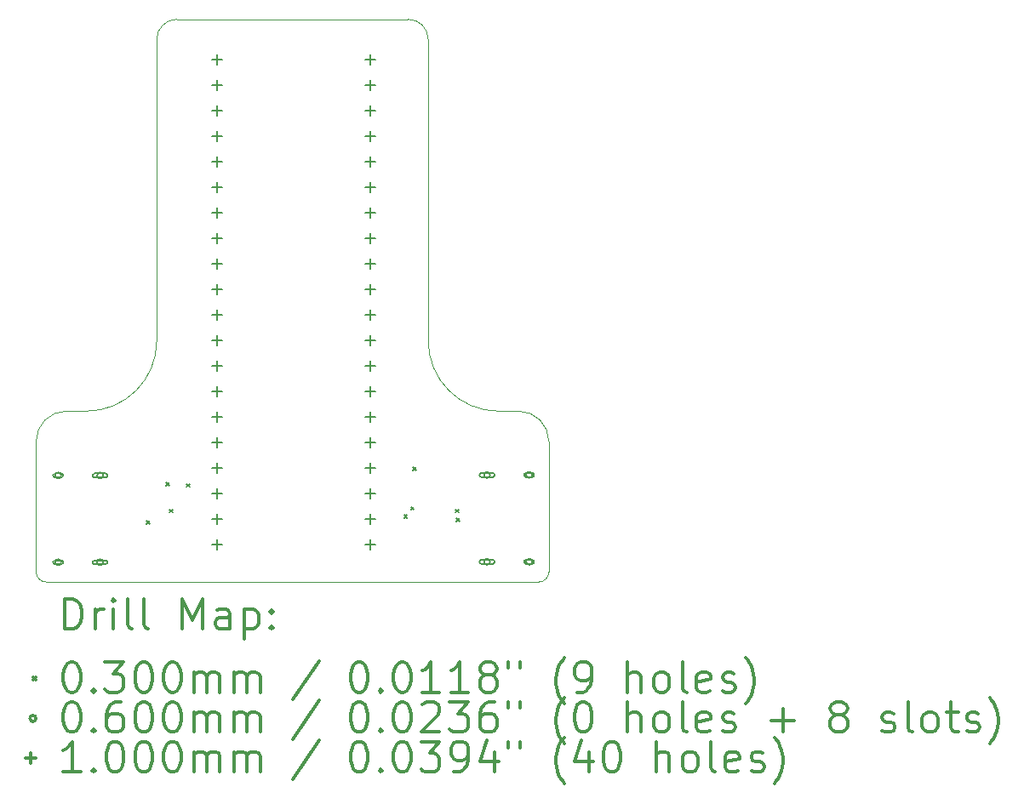
<source format=gbr>
%FSLAX45Y45*%
G04 Gerber Fmt 4.5, Leading zero omitted, Abs format (unit mm)*
G04 Created by KiCad (PCBNEW (5.1.10-1-10_14)) date 2021-07-13 22:04:07*
%MOMM*%
%LPD*%
G01*
G04 APERTURE LIST*
%TA.AperFunction,Profile*%
%ADD10C,0.038100*%
%TD*%
%ADD11C,0.200000*%
%ADD12C,0.300000*%
G04 APERTURE END LIST*
D10*
X13300000Y-8700000D02*
G75*
G02*
X13200000Y-8600000I0J100000D01*
G01*
X18300000Y-8600000D02*
G75*
G02*
X18200000Y-8700000I-100000J0D01*
G01*
X13700000Y-7000000D02*
X13500000Y-7000000D01*
X17800000Y-7000000D02*
X18000000Y-7000000D01*
X18000000Y-7000000D02*
G75*
G02*
X18300000Y-7300000I0J-300000D01*
G01*
X13200000Y-7300000D02*
G75*
G02*
X13500000Y-7000000I300000J0D01*
G01*
X14400000Y-6300000D02*
G75*
G02*
X13700000Y-7000000I-700000J0D01*
G01*
X17800000Y-7000000D02*
G75*
G02*
X17100000Y-6300000I0J700000D01*
G01*
X17100000Y-3300000D02*
X17100000Y-6300000D01*
X14400000Y-3300000D02*
X14400000Y-6300000D01*
X16900000Y-3100000D02*
X14600000Y-3100000D01*
X16900000Y-3100000D02*
G75*
G02*
X17100000Y-3300000I0J-200000D01*
G01*
X14400000Y-3300000D02*
G75*
G02*
X14600000Y-3100000I200000J0D01*
G01*
X13200000Y-7300000D02*
X13200000Y-8600000D01*
X18300000Y-8600000D02*
X18300000Y-7300000D01*
X13300000Y-8700000D02*
X18200000Y-8700000D01*
D11*
X14300440Y-8092680D02*
X14330440Y-8122680D01*
X14330440Y-8092680D02*
X14300440Y-8122680D01*
X14493480Y-7711680D02*
X14523480Y-7741680D01*
X14523480Y-7711680D02*
X14493480Y-7741680D01*
X14529040Y-7975840D02*
X14559040Y-8005840D01*
X14559040Y-7975840D02*
X14529040Y-8005840D01*
X14696680Y-7721840D02*
X14726680Y-7751840D01*
X14726680Y-7721840D02*
X14696680Y-7751840D01*
X16860760Y-8031720D02*
X16890760Y-8061720D01*
X16890760Y-8031720D02*
X16860760Y-8061720D01*
X16926800Y-7950440D02*
X16956800Y-7980440D01*
X16956800Y-7950440D02*
X16926800Y-7980440D01*
X16947120Y-7559280D02*
X16977120Y-7589280D01*
X16977120Y-7559280D02*
X16947120Y-7589280D01*
X17373840Y-7975840D02*
X17403840Y-8005840D01*
X17403840Y-7975840D02*
X17373840Y-8005840D01*
X17378920Y-8067280D02*
X17408920Y-8097280D01*
X17408920Y-8067280D02*
X17378920Y-8097280D01*
X13447960Y-7640120D02*
G75*
G03*
X13447960Y-7640120I-30000J0D01*
G01*
X13447960Y-7620120D02*
X13387960Y-7620120D01*
X13447960Y-7660120D02*
X13387960Y-7660120D01*
X13387960Y-7620120D02*
G75*
G03*
X13387960Y-7660120I0J-20000D01*
G01*
X13447960Y-7660120D02*
G75*
G03*
X13447960Y-7620120I0J20000D01*
G01*
X13447960Y-8504120D02*
G75*
G03*
X13447960Y-8504120I-30000J0D01*
G01*
X13447960Y-8484120D02*
X13387960Y-8484120D01*
X13447960Y-8524120D02*
X13387960Y-8524120D01*
X13387960Y-8484120D02*
G75*
G03*
X13387960Y-8524120I0J-20000D01*
G01*
X13447960Y-8524120D02*
G75*
G03*
X13447960Y-8484120I0J20000D01*
G01*
X13865960Y-7640120D02*
G75*
G03*
X13865960Y-7640120I-30000J0D01*
G01*
X13890960Y-7620120D02*
X13780960Y-7620120D01*
X13890960Y-7660120D02*
X13780960Y-7660120D01*
X13780960Y-7620120D02*
G75*
G03*
X13780960Y-7660120I0J-20000D01*
G01*
X13890960Y-7660120D02*
G75*
G03*
X13890960Y-7620120I0J20000D01*
G01*
X13865960Y-8504120D02*
G75*
G03*
X13865960Y-8504120I-30000J0D01*
G01*
X13890960Y-8484120D02*
X13780960Y-8484120D01*
X13890960Y-8524120D02*
X13780960Y-8524120D01*
X13780960Y-8484120D02*
G75*
G03*
X13780960Y-8524120I0J-20000D01*
G01*
X13890960Y-8524120D02*
G75*
G03*
X13890960Y-8484120I0J20000D01*
G01*
X17715440Y-7635040D02*
G75*
G03*
X17715440Y-7635040I-30000J0D01*
G01*
X17630440Y-7655040D02*
X17740440Y-7655040D01*
X17630440Y-7615040D02*
X17740440Y-7615040D01*
X17740440Y-7655040D02*
G75*
G03*
X17740440Y-7615040I0J20000D01*
G01*
X17630440Y-7615040D02*
G75*
G03*
X17630440Y-7655040I0J-20000D01*
G01*
X17715440Y-8499040D02*
G75*
G03*
X17715440Y-8499040I-30000J0D01*
G01*
X17630440Y-8519040D02*
X17740440Y-8519040D01*
X17630440Y-8479040D02*
X17740440Y-8479040D01*
X17740440Y-8519040D02*
G75*
G03*
X17740440Y-8479040I0J20000D01*
G01*
X17630440Y-8479040D02*
G75*
G03*
X17630440Y-8519040I0J-20000D01*
G01*
X18133440Y-7635040D02*
G75*
G03*
X18133440Y-7635040I-30000J0D01*
G01*
X18073440Y-7655040D02*
X18133440Y-7655040D01*
X18073440Y-7615040D02*
X18133440Y-7615040D01*
X18133440Y-7655040D02*
G75*
G03*
X18133440Y-7615040I0J20000D01*
G01*
X18073440Y-7615040D02*
G75*
G03*
X18073440Y-7655040I0J-20000D01*
G01*
X18133440Y-8499040D02*
G75*
G03*
X18133440Y-8499040I-30000J0D01*
G01*
X18073440Y-8519040D02*
X18133440Y-8519040D01*
X18073440Y-8479040D02*
X18133440Y-8479040D01*
X18133440Y-8519040D02*
G75*
G03*
X18133440Y-8479040I0J20000D01*
G01*
X18073440Y-8479040D02*
G75*
G03*
X18073440Y-8519040I0J-20000D01*
G01*
X15000000Y-3450000D02*
X15000000Y-3550000D01*
X14950000Y-3500000D02*
X15050000Y-3500000D01*
X15000000Y-3704000D02*
X15000000Y-3804000D01*
X14950000Y-3754000D02*
X15050000Y-3754000D01*
X15000000Y-3958000D02*
X15000000Y-4058000D01*
X14950000Y-4008000D02*
X15050000Y-4008000D01*
X15000000Y-4212000D02*
X15000000Y-4312000D01*
X14950000Y-4262000D02*
X15050000Y-4262000D01*
X15000000Y-4466000D02*
X15000000Y-4566000D01*
X14950000Y-4516000D02*
X15050000Y-4516000D01*
X15000000Y-4720000D02*
X15000000Y-4820000D01*
X14950000Y-4770000D02*
X15050000Y-4770000D01*
X15000000Y-4974000D02*
X15000000Y-5074000D01*
X14950000Y-5024000D02*
X15050000Y-5024000D01*
X15000000Y-5228000D02*
X15000000Y-5328000D01*
X14950000Y-5278000D02*
X15050000Y-5278000D01*
X15000000Y-5482000D02*
X15000000Y-5582000D01*
X14950000Y-5532000D02*
X15050000Y-5532000D01*
X15000000Y-5736000D02*
X15000000Y-5836000D01*
X14950000Y-5786000D02*
X15050000Y-5786000D01*
X15000000Y-5990000D02*
X15000000Y-6090000D01*
X14950000Y-6040000D02*
X15050000Y-6040000D01*
X15000000Y-6244000D02*
X15000000Y-6344000D01*
X14950000Y-6294000D02*
X15050000Y-6294000D01*
X15000000Y-6498000D02*
X15000000Y-6598000D01*
X14950000Y-6548000D02*
X15050000Y-6548000D01*
X15000000Y-6752000D02*
X15000000Y-6852000D01*
X14950000Y-6802000D02*
X15050000Y-6802000D01*
X15000000Y-7006000D02*
X15000000Y-7106000D01*
X14950000Y-7056000D02*
X15050000Y-7056000D01*
X15000000Y-7260000D02*
X15000000Y-7360000D01*
X14950000Y-7310000D02*
X15050000Y-7310000D01*
X15000000Y-7514000D02*
X15000000Y-7614000D01*
X14950000Y-7564000D02*
X15050000Y-7564000D01*
X15000000Y-7768000D02*
X15000000Y-7868000D01*
X14950000Y-7818000D02*
X15050000Y-7818000D01*
X15000000Y-8022000D02*
X15000000Y-8122000D01*
X14950000Y-8072000D02*
X15050000Y-8072000D01*
X15000000Y-8276000D02*
X15000000Y-8376000D01*
X14950000Y-8326000D02*
X15050000Y-8326000D01*
X16524000Y-3450000D02*
X16524000Y-3550000D01*
X16474000Y-3500000D02*
X16574000Y-3500000D01*
X16524000Y-3704000D02*
X16524000Y-3804000D01*
X16474000Y-3754000D02*
X16574000Y-3754000D01*
X16524000Y-3958000D02*
X16524000Y-4058000D01*
X16474000Y-4008000D02*
X16574000Y-4008000D01*
X16524000Y-4212000D02*
X16524000Y-4312000D01*
X16474000Y-4262000D02*
X16574000Y-4262000D01*
X16524000Y-4466000D02*
X16524000Y-4566000D01*
X16474000Y-4516000D02*
X16574000Y-4516000D01*
X16524000Y-4720000D02*
X16524000Y-4820000D01*
X16474000Y-4770000D02*
X16574000Y-4770000D01*
X16524000Y-4974000D02*
X16524000Y-5074000D01*
X16474000Y-5024000D02*
X16574000Y-5024000D01*
X16524000Y-5228000D02*
X16524000Y-5328000D01*
X16474000Y-5278000D02*
X16574000Y-5278000D01*
X16524000Y-5482000D02*
X16524000Y-5582000D01*
X16474000Y-5532000D02*
X16574000Y-5532000D01*
X16524000Y-5736000D02*
X16524000Y-5836000D01*
X16474000Y-5786000D02*
X16574000Y-5786000D01*
X16524000Y-5990000D02*
X16524000Y-6090000D01*
X16474000Y-6040000D02*
X16574000Y-6040000D01*
X16524000Y-6244000D02*
X16524000Y-6344000D01*
X16474000Y-6294000D02*
X16574000Y-6294000D01*
X16524000Y-6498000D02*
X16524000Y-6598000D01*
X16474000Y-6548000D02*
X16574000Y-6548000D01*
X16524000Y-6752000D02*
X16524000Y-6852000D01*
X16474000Y-6802000D02*
X16574000Y-6802000D01*
X16524000Y-7006000D02*
X16524000Y-7106000D01*
X16474000Y-7056000D02*
X16574000Y-7056000D01*
X16524000Y-7260000D02*
X16524000Y-7360000D01*
X16474000Y-7310000D02*
X16574000Y-7310000D01*
X16524000Y-7514000D02*
X16524000Y-7614000D01*
X16474000Y-7564000D02*
X16574000Y-7564000D01*
X16524000Y-7768000D02*
X16524000Y-7868000D01*
X16474000Y-7818000D02*
X16574000Y-7818000D01*
X16524000Y-8022000D02*
X16524000Y-8122000D01*
X16474000Y-8072000D02*
X16574000Y-8072000D01*
X16524000Y-8276000D02*
X16524000Y-8376000D01*
X16474000Y-8326000D02*
X16574000Y-8326000D01*
D12*
X13484523Y-9167619D02*
X13484523Y-8867619D01*
X13555952Y-8867619D01*
X13598809Y-8881905D01*
X13627381Y-8910477D01*
X13641666Y-8939048D01*
X13655952Y-8996191D01*
X13655952Y-9039048D01*
X13641666Y-9096191D01*
X13627381Y-9124762D01*
X13598809Y-9153334D01*
X13555952Y-9167619D01*
X13484523Y-9167619D01*
X13784523Y-9167619D02*
X13784523Y-8967619D01*
X13784523Y-9024762D02*
X13798809Y-8996191D01*
X13813095Y-8981905D01*
X13841666Y-8967619D01*
X13870238Y-8967619D01*
X13970238Y-9167619D02*
X13970238Y-8967619D01*
X13970238Y-8867619D02*
X13955952Y-8881905D01*
X13970238Y-8896191D01*
X13984523Y-8881905D01*
X13970238Y-8867619D01*
X13970238Y-8896191D01*
X14155952Y-9167619D02*
X14127381Y-9153334D01*
X14113095Y-9124762D01*
X14113095Y-8867619D01*
X14313095Y-9167619D02*
X14284523Y-9153334D01*
X14270238Y-9124762D01*
X14270238Y-8867619D01*
X14655952Y-9167619D02*
X14655952Y-8867619D01*
X14755952Y-9081905D01*
X14855952Y-8867619D01*
X14855952Y-9167619D01*
X15127381Y-9167619D02*
X15127381Y-9010477D01*
X15113095Y-8981905D01*
X15084523Y-8967619D01*
X15027381Y-8967619D01*
X14998809Y-8981905D01*
X15127381Y-9153334D02*
X15098809Y-9167619D01*
X15027381Y-9167619D01*
X14998809Y-9153334D01*
X14984523Y-9124762D01*
X14984523Y-9096191D01*
X14998809Y-9067619D01*
X15027381Y-9053334D01*
X15098809Y-9053334D01*
X15127381Y-9039048D01*
X15270238Y-8967619D02*
X15270238Y-9267619D01*
X15270238Y-8981905D02*
X15298809Y-8967619D01*
X15355952Y-8967619D01*
X15384523Y-8981905D01*
X15398809Y-8996191D01*
X15413095Y-9024762D01*
X15413095Y-9110477D01*
X15398809Y-9139048D01*
X15384523Y-9153334D01*
X15355952Y-9167619D01*
X15298809Y-9167619D01*
X15270238Y-9153334D01*
X15541666Y-9139048D02*
X15555952Y-9153334D01*
X15541666Y-9167619D01*
X15527381Y-9153334D01*
X15541666Y-9139048D01*
X15541666Y-9167619D01*
X15541666Y-8981905D02*
X15555952Y-8996191D01*
X15541666Y-9010477D01*
X15527381Y-8996191D01*
X15541666Y-8981905D01*
X15541666Y-9010477D01*
X13168095Y-9646905D02*
X13198095Y-9676905D01*
X13198095Y-9646905D02*
X13168095Y-9676905D01*
X13541666Y-9497619D02*
X13570238Y-9497619D01*
X13598809Y-9511905D01*
X13613095Y-9526191D01*
X13627381Y-9554762D01*
X13641666Y-9611905D01*
X13641666Y-9683334D01*
X13627381Y-9740477D01*
X13613095Y-9769048D01*
X13598809Y-9783334D01*
X13570238Y-9797619D01*
X13541666Y-9797619D01*
X13513095Y-9783334D01*
X13498809Y-9769048D01*
X13484523Y-9740477D01*
X13470238Y-9683334D01*
X13470238Y-9611905D01*
X13484523Y-9554762D01*
X13498809Y-9526191D01*
X13513095Y-9511905D01*
X13541666Y-9497619D01*
X13770238Y-9769048D02*
X13784523Y-9783334D01*
X13770238Y-9797619D01*
X13755952Y-9783334D01*
X13770238Y-9769048D01*
X13770238Y-9797619D01*
X13884523Y-9497619D02*
X14070238Y-9497619D01*
X13970238Y-9611905D01*
X14013095Y-9611905D01*
X14041666Y-9626191D01*
X14055952Y-9640477D01*
X14070238Y-9669048D01*
X14070238Y-9740477D01*
X14055952Y-9769048D01*
X14041666Y-9783334D01*
X14013095Y-9797619D01*
X13927381Y-9797619D01*
X13898809Y-9783334D01*
X13884523Y-9769048D01*
X14255952Y-9497619D02*
X14284523Y-9497619D01*
X14313095Y-9511905D01*
X14327381Y-9526191D01*
X14341666Y-9554762D01*
X14355952Y-9611905D01*
X14355952Y-9683334D01*
X14341666Y-9740477D01*
X14327381Y-9769048D01*
X14313095Y-9783334D01*
X14284523Y-9797619D01*
X14255952Y-9797619D01*
X14227381Y-9783334D01*
X14213095Y-9769048D01*
X14198809Y-9740477D01*
X14184523Y-9683334D01*
X14184523Y-9611905D01*
X14198809Y-9554762D01*
X14213095Y-9526191D01*
X14227381Y-9511905D01*
X14255952Y-9497619D01*
X14541666Y-9497619D02*
X14570238Y-9497619D01*
X14598809Y-9511905D01*
X14613095Y-9526191D01*
X14627381Y-9554762D01*
X14641666Y-9611905D01*
X14641666Y-9683334D01*
X14627381Y-9740477D01*
X14613095Y-9769048D01*
X14598809Y-9783334D01*
X14570238Y-9797619D01*
X14541666Y-9797619D01*
X14513095Y-9783334D01*
X14498809Y-9769048D01*
X14484523Y-9740477D01*
X14470238Y-9683334D01*
X14470238Y-9611905D01*
X14484523Y-9554762D01*
X14498809Y-9526191D01*
X14513095Y-9511905D01*
X14541666Y-9497619D01*
X14770238Y-9797619D02*
X14770238Y-9597619D01*
X14770238Y-9626191D02*
X14784523Y-9611905D01*
X14813095Y-9597619D01*
X14855952Y-9597619D01*
X14884523Y-9611905D01*
X14898809Y-9640477D01*
X14898809Y-9797619D01*
X14898809Y-9640477D02*
X14913095Y-9611905D01*
X14941666Y-9597619D01*
X14984523Y-9597619D01*
X15013095Y-9611905D01*
X15027381Y-9640477D01*
X15027381Y-9797619D01*
X15170238Y-9797619D02*
X15170238Y-9597619D01*
X15170238Y-9626191D02*
X15184523Y-9611905D01*
X15213095Y-9597619D01*
X15255952Y-9597619D01*
X15284523Y-9611905D01*
X15298809Y-9640477D01*
X15298809Y-9797619D01*
X15298809Y-9640477D02*
X15313095Y-9611905D01*
X15341666Y-9597619D01*
X15384523Y-9597619D01*
X15413095Y-9611905D01*
X15427381Y-9640477D01*
X15427381Y-9797619D01*
X16013095Y-9483334D02*
X15755952Y-9869048D01*
X16398809Y-9497619D02*
X16427381Y-9497619D01*
X16455952Y-9511905D01*
X16470238Y-9526191D01*
X16484523Y-9554762D01*
X16498809Y-9611905D01*
X16498809Y-9683334D01*
X16484523Y-9740477D01*
X16470238Y-9769048D01*
X16455952Y-9783334D01*
X16427381Y-9797619D01*
X16398809Y-9797619D01*
X16370238Y-9783334D01*
X16355952Y-9769048D01*
X16341666Y-9740477D01*
X16327381Y-9683334D01*
X16327381Y-9611905D01*
X16341666Y-9554762D01*
X16355952Y-9526191D01*
X16370238Y-9511905D01*
X16398809Y-9497619D01*
X16627381Y-9769048D02*
X16641666Y-9783334D01*
X16627381Y-9797619D01*
X16613095Y-9783334D01*
X16627381Y-9769048D01*
X16627381Y-9797619D01*
X16827381Y-9497619D02*
X16855952Y-9497619D01*
X16884523Y-9511905D01*
X16898809Y-9526191D01*
X16913095Y-9554762D01*
X16927381Y-9611905D01*
X16927381Y-9683334D01*
X16913095Y-9740477D01*
X16898809Y-9769048D01*
X16884523Y-9783334D01*
X16855952Y-9797619D01*
X16827381Y-9797619D01*
X16798809Y-9783334D01*
X16784523Y-9769048D01*
X16770238Y-9740477D01*
X16755952Y-9683334D01*
X16755952Y-9611905D01*
X16770238Y-9554762D01*
X16784523Y-9526191D01*
X16798809Y-9511905D01*
X16827381Y-9497619D01*
X17213095Y-9797619D02*
X17041666Y-9797619D01*
X17127381Y-9797619D02*
X17127381Y-9497619D01*
X17098809Y-9540477D01*
X17070238Y-9569048D01*
X17041666Y-9583334D01*
X17498809Y-9797619D02*
X17327381Y-9797619D01*
X17413095Y-9797619D02*
X17413095Y-9497619D01*
X17384523Y-9540477D01*
X17355952Y-9569048D01*
X17327381Y-9583334D01*
X17670238Y-9626191D02*
X17641666Y-9611905D01*
X17627381Y-9597619D01*
X17613095Y-9569048D01*
X17613095Y-9554762D01*
X17627381Y-9526191D01*
X17641666Y-9511905D01*
X17670238Y-9497619D01*
X17727381Y-9497619D01*
X17755952Y-9511905D01*
X17770238Y-9526191D01*
X17784523Y-9554762D01*
X17784523Y-9569048D01*
X17770238Y-9597619D01*
X17755952Y-9611905D01*
X17727381Y-9626191D01*
X17670238Y-9626191D01*
X17641666Y-9640477D01*
X17627381Y-9654762D01*
X17613095Y-9683334D01*
X17613095Y-9740477D01*
X17627381Y-9769048D01*
X17641666Y-9783334D01*
X17670238Y-9797619D01*
X17727381Y-9797619D01*
X17755952Y-9783334D01*
X17770238Y-9769048D01*
X17784523Y-9740477D01*
X17784523Y-9683334D01*
X17770238Y-9654762D01*
X17755952Y-9640477D01*
X17727381Y-9626191D01*
X17898809Y-9497619D02*
X17898809Y-9554762D01*
X18013095Y-9497619D02*
X18013095Y-9554762D01*
X18455952Y-9911905D02*
X18441666Y-9897619D01*
X18413095Y-9854762D01*
X18398809Y-9826191D01*
X18384523Y-9783334D01*
X18370238Y-9711905D01*
X18370238Y-9654762D01*
X18384523Y-9583334D01*
X18398809Y-9540477D01*
X18413095Y-9511905D01*
X18441666Y-9469048D01*
X18455952Y-9454762D01*
X18584523Y-9797619D02*
X18641666Y-9797619D01*
X18670238Y-9783334D01*
X18684523Y-9769048D01*
X18713095Y-9726191D01*
X18727381Y-9669048D01*
X18727381Y-9554762D01*
X18713095Y-9526191D01*
X18698809Y-9511905D01*
X18670238Y-9497619D01*
X18613095Y-9497619D01*
X18584523Y-9511905D01*
X18570238Y-9526191D01*
X18555952Y-9554762D01*
X18555952Y-9626191D01*
X18570238Y-9654762D01*
X18584523Y-9669048D01*
X18613095Y-9683334D01*
X18670238Y-9683334D01*
X18698809Y-9669048D01*
X18713095Y-9654762D01*
X18727381Y-9626191D01*
X19084523Y-9797619D02*
X19084523Y-9497619D01*
X19213095Y-9797619D02*
X19213095Y-9640477D01*
X19198809Y-9611905D01*
X19170238Y-9597619D01*
X19127381Y-9597619D01*
X19098809Y-9611905D01*
X19084523Y-9626191D01*
X19398809Y-9797619D02*
X19370238Y-9783334D01*
X19355952Y-9769048D01*
X19341666Y-9740477D01*
X19341666Y-9654762D01*
X19355952Y-9626191D01*
X19370238Y-9611905D01*
X19398809Y-9597619D01*
X19441666Y-9597619D01*
X19470238Y-9611905D01*
X19484523Y-9626191D01*
X19498809Y-9654762D01*
X19498809Y-9740477D01*
X19484523Y-9769048D01*
X19470238Y-9783334D01*
X19441666Y-9797619D01*
X19398809Y-9797619D01*
X19670238Y-9797619D02*
X19641666Y-9783334D01*
X19627381Y-9754762D01*
X19627381Y-9497619D01*
X19898809Y-9783334D02*
X19870238Y-9797619D01*
X19813095Y-9797619D01*
X19784523Y-9783334D01*
X19770238Y-9754762D01*
X19770238Y-9640477D01*
X19784523Y-9611905D01*
X19813095Y-9597619D01*
X19870238Y-9597619D01*
X19898809Y-9611905D01*
X19913095Y-9640477D01*
X19913095Y-9669048D01*
X19770238Y-9697619D01*
X20027381Y-9783334D02*
X20055952Y-9797619D01*
X20113095Y-9797619D01*
X20141666Y-9783334D01*
X20155952Y-9754762D01*
X20155952Y-9740477D01*
X20141666Y-9711905D01*
X20113095Y-9697619D01*
X20070238Y-9697619D01*
X20041666Y-9683334D01*
X20027381Y-9654762D01*
X20027381Y-9640477D01*
X20041666Y-9611905D01*
X20070238Y-9597619D01*
X20113095Y-9597619D01*
X20141666Y-9611905D01*
X20255952Y-9911905D02*
X20270238Y-9897619D01*
X20298809Y-9854762D01*
X20313095Y-9826191D01*
X20327381Y-9783334D01*
X20341666Y-9711905D01*
X20341666Y-9654762D01*
X20327381Y-9583334D01*
X20313095Y-9540477D01*
X20298809Y-9511905D01*
X20270238Y-9469048D01*
X20255952Y-9454762D01*
X13198095Y-10057905D02*
G75*
G03*
X13198095Y-10057905I-30000J0D01*
G01*
X13541666Y-9893619D02*
X13570238Y-9893619D01*
X13598809Y-9907905D01*
X13613095Y-9922191D01*
X13627381Y-9950762D01*
X13641666Y-10007905D01*
X13641666Y-10079334D01*
X13627381Y-10136477D01*
X13613095Y-10165048D01*
X13598809Y-10179334D01*
X13570238Y-10193619D01*
X13541666Y-10193619D01*
X13513095Y-10179334D01*
X13498809Y-10165048D01*
X13484523Y-10136477D01*
X13470238Y-10079334D01*
X13470238Y-10007905D01*
X13484523Y-9950762D01*
X13498809Y-9922191D01*
X13513095Y-9907905D01*
X13541666Y-9893619D01*
X13770238Y-10165048D02*
X13784523Y-10179334D01*
X13770238Y-10193619D01*
X13755952Y-10179334D01*
X13770238Y-10165048D01*
X13770238Y-10193619D01*
X14041666Y-9893619D02*
X13984523Y-9893619D01*
X13955952Y-9907905D01*
X13941666Y-9922191D01*
X13913095Y-9965048D01*
X13898809Y-10022191D01*
X13898809Y-10136477D01*
X13913095Y-10165048D01*
X13927381Y-10179334D01*
X13955952Y-10193619D01*
X14013095Y-10193619D01*
X14041666Y-10179334D01*
X14055952Y-10165048D01*
X14070238Y-10136477D01*
X14070238Y-10065048D01*
X14055952Y-10036477D01*
X14041666Y-10022191D01*
X14013095Y-10007905D01*
X13955952Y-10007905D01*
X13927381Y-10022191D01*
X13913095Y-10036477D01*
X13898809Y-10065048D01*
X14255952Y-9893619D02*
X14284523Y-9893619D01*
X14313095Y-9907905D01*
X14327381Y-9922191D01*
X14341666Y-9950762D01*
X14355952Y-10007905D01*
X14355952Y-10079334D01*
X14341666Y-10136477D01*
X14327381Y-10165048D01*
X14313095Y-10179334D01*
X14284523Y-10193619D01*
X14255952Y-10193619D01*
X14227381Y-10179334D01*
X14213095Y-10165048D01*
X14198809Y-10136477D01*
X14184523Y-10079334D01*
X14184523Y-10007905D01*
X14198809Y-9950762D01*
X14213095Y-9922191D01*
X14227381Y-9907905D01*
X14255952Y-9893619D01*
X14541666Y-9893619D02*
X14570238Y-9893619D01*
X14598809Y-9907905D01*
X14613095Y-9922191D01*
X14627381Y-9950762D01*
X14641666Y-10007905D01*
X14641666Y-10079334D01*
X14627381Y-10136477D01*
X14613095Y-10165048D01*
X14598809Y-10179334D01*
X14570238Y-10193619D01*
X14541666Y-10193619D01*
X14513095Y-10179334D01*
X14498809Y-10165048D01*
X14484523Y-10136477D01*
X14470238Y-10079334D01*
X14470238Y-10007905D01*
X14484523Y-9950762D01*
X14498809Y-9922191D01*
X14513095Y-9907905D01*
X14541666Y-9893619D01*
X14770238Y-10193619D02*
X14770238Y-9993619D01*
X14770238Y-10022191D02*
X14784523Y-10007905D01*
X14813095Y-9993619D01*
X14855952Y-9993619D01*
X14884523Y-10007905D01*
X14898809Y-10036477D01*
X14898809Y-10193619D01*
X14898809Y-10036477D02*
X14913095Y-10007905D01*
X14941666Y-9993619D01*
X14984523Y-9993619D01*
X15013095Y-10007905D01*
X15027381Y-10036477D01*
X15027381Y-10193619D01*
X15170238Y-10193619D02*
X15170238Y-9993619D01*
X15170238Y-10022191D02*
X15184523Y-10007905D01*
X15213095Y-9993619D01*
X15255952Y-9993619D01*
X15284523Y-10007905D01*
X15298809Y-10036477D01*
X15298809Y-10193619D01*
X15298809Y-10036477D02*
X15313095Y-10007905D01*
X15341666Y-9993619D01*
X15384523Y-9993619D01*
X15413095Y-10007905D01*
X15427381Y-10036477D01*
X15427381Y-10193619D01*
X16013095Y-9879334D02*
X15755952Y-10265048D01*
X16398809Y-9893619D02*
X16427381Y-9893619D01*
X16455952Y-9907905D01*
X16470238Y-9922191D01*
X16484523Y-9950762D01*
X16498809Y-10007905D01*
X16498809Y-10079334D01*
X16484523Y-10136477D01*
X16470238Y-10165048D01*
X16455952Y-10179334D01*
X16427381Y-10193619D01*
X16398809Y-10193619D01*
X16370238Y-10179334D01*
X16355952Y-10165048D01*
X16341666Y-10136477D01*
X16327381Y-10079334D01*
X16327381Y-10007905D01*
X16341666Y-9950762D01*
X16355952Y-9922191D01*
X16370238Y-9907905D01*
X16398809Y-9893619D01*
X16627381Y-10165048D02*
X16641666Y-10179334D01*
X16627381Y-10193619D01*
X16613095Y-10179334D01*
X16627381Y-10165048D01*
X16627381Y-10193619D01*
X16827381Y-9893619D02*
X16855952Y-9893619D01*
X16884523Y-9907905D01*
X16898809Y-9922191D01*
X16913095Y-9950762D01*
X16927381Y-10007905D01*
X16927381Y-10079334D01*
X16913095Y-10136477D01*
X16898809Y-10165048D01*
X16884523Y-10179334D01*
X16855952Y-10193619D01*
X16827381Y-10193619D01*
X16798809Y-10179334D01*
X16784523Y-10165048D01*
X16770238Y-10136477D01*
X16755952Y-10079334D01*
X16755952Y-10007905D01*
X16770238Y-9950762D01*
X16784523Y-9922191D01*
X16798809Y-9907905D01*
X16827381Y-9893619D01*
X17041666Y-9922191D02*
X17055952Y-9907905D01*
X17084523Y-9893619D01*
X17155952Y-9893619D01*
X17184523Y-9907905D01*
X17198809Y-9922191D01*
X17213095Y-9950762D01*
X17213095Y-9979334D01*
X17198809Y-10022191D01*
X17027381Y-10193619D01*
X17213095Y-10193619D01*
X17313095Y-9893619D02*
X17498809Y-9893619D01*
X17398809Y-10007905D01*
X17441666Y-10007905D01*
X17470238Y-10022191D01*
X17484523Y-10036477D01*
X17498809Y-10065048D01*
X17498809Y-10136477D01*
X17484523Y-10165048D01*
X17470238Y-10179334D01*
X17441666Y-10193619D01*
X17355952Y-10193619D01*
X17327381Y-10179334D01*
X17313095Y-10165048D01*
X17755952Y-9893619D02*
X17698809Y-9893619D01*
X17670238Y-9907905D01*
X17655952Y-9922191D01*
X17627381Y-9965048D01*
X17613095Y-10022191D01*
X17613095Y-10136477D01*
X17627381Y-10165048D01*
X17641666Y-10179334D01*
X17670238Y-10193619D01*
X17727381Y-10193619D01*
X17755952Y-10179334D01*
X17770238Y-10165048D01*
X17784523Y-10136477D01*
X17784523Y-10065048D01*
X17770238Y-10036477D01*
X17755952Y-10022191D01*
X17727381Y-10007905D01*
X17670238Y-10007905D01*
X17641666Y-10022191D01*
X17627381Y-10036477D01*
X17613095Y-10065048D01*
X17898809Y-9893619D02*
X17898809Y-9950762D01*
X18013095Y-9893619D02*
X18013095Y-9950762D01*
X18455952Y-10307905D02*
X18441666Y-10293619D01*
X18413095Y-10250762D01*
X18398809Y-10222191D01*
X18384523Y-10179334D01*
X18370238Y-10107905D01*
X18370238Y-10050762D01*
X18384523Y-9979334D01*
X18398809Y-9936477D01*
X18413095Y-9907905D01*
X18441666Y-9865048D01*
X18455952Y-9850762D01*
X18627381Y-9893619D02*
X18655952Y-9893619D01*
X18684523Y-9907905D01*
X18698809Y-9922191D01*
X18713095Y-9950762D01*
X18727381Y-10007905D01*
X18727381Y-10079334D01*
X18713095Y-10136477D01*
X18698809Y-10165048D01*
X18684523Y-10179334D01*
X18655952Y-10193619D01*
X18627381Y-10193619D01*
X18598809Y-10179334D01*
X18584523Y-10165048D01*
X18570238Y-10136477D01*
X18555952Y-10079334D01*
X18555952Y-10007905D01*
X18570238Y-9950762D01*
X18584523Y-9922191D01*
X18598809Y-9907905D01*
X18627381Y-9893619D01*
X19084523Y-10193619D02*
X19084523Y-9893619D01*
X19213095Y-10193619D02*
X19213095Y-10036477D01*
X19198809Y-10007905D01*
X19170238Y-9993619D01*
X19127381Y-9993619D01*
X19098809Y-10007905D01*
X19084523Y-10022191D01*
X19398809Y-10193619D02*
X19370238Y-10179334D01*
X19355952Y-10165048D01*
X19341666Y-10136477D01*
X19341666Y-10050762D01*
X19355952Y-10022191D01*
X19370238Y-10007905D01*
X19398809Y-9993619D01*
X19441666Y-9993619D01*
X19470238Y-10007905D01*
X19484523Y-10022191D01*
X19498809Y-10050762D01*
X19498809Y-10136477D01*
X19484523Y-10165048D01*
X19470238Y-10179334D01*
X19441666Y-10193619D01*
X19398809Y-10193619D01*
X19670238Y-10193619D02*
X19641666Y-10179334D01*
X19627381Y-10150762D01*
X19627381Y-9893619D01*
X19898809Y-10179334D02*
X19870238Y-10193619D01*
X19813095Y-10193619D01*
X19784523Y-10179334D01*
X19770238Y-10150762D01*
X19770238Y-10036477D01*
X19784523Y-10007905D01*
X19813095Y-9993619D01*
X19870238Y-9993619D01*
X19898809Y-10007905D01*
X19913095Y-10036477D01*
X19913095Y-10065048D01*
X19770238Y-10093619D01*
X20027381Y-10179334D02*
X20055952Y-10193619D01*
X20113095Y-10193619D01*
X20141666Y-10179334D01*
X20155952Y-10150762D01*
X20155952Y-10136477D01*
X20141666Y-10107905D01*
X20113095Y-10093619D01*
X20070238Y-10093619D01*
X20041666Y-10079334D01*
X20027381Y-10050762D01*
X20027381Y-10036477D01*
X20041666Y-10007905D01*
X20070238Y-9993619D01*
X20113095Y-9993619D01*
X20141666Y-10007905D01*
X20513095Y-10079334D02*
X20741666Y-10079334D01*
X20627381Y-10193619D02*
X20627381Y-9965048D01*
X21155952Y-10022191D02*
X21127381Y-10007905D01*
X21113095Y-9993619D01*
X21098809Y-9965048D01*
X21098809Y-9950762D01*
X21113095Y-9922191D01*
X21127381Y-9907905D01*
X21155952Y-9893619D01*
X21213095Y-9893619D01*
X21241666Y-9907905D01*
X21255952Y-9922191D01*
X21270238Y-9950762D01*
X21270238Y-9965048D01*
X21255952Y-9993619D01*
X21241666Y-10007905D01*
X21213095Y-10022191D01*
X21155952Y-10022191D01*
X21127381Y-10036477D01*
X21113095Y-10050762D01*
X21098809Y-10079334D01*
X21098809Y-10136477D01*
X21113095Y-10165048D01*
X21127381Y-10179334D01*
X21155952Y-10193619D01*
X21213095Y-10193619D01*
X21241666Y-10179334D01*
X21255952Y-10165048D01*
X21270238Y-10136477D01*
X21270238Y-10079334D01*
X21255952Y-10050762D01*
X21241666Y-10036477D01*
X21213095Y-10022191D01*
X21613095Y-10179334D02*
X21641666Y-10193619D01*
X21698809Y-10193619D01*
X21727381Y-10179334D01*
X21741666Y-10150762D01*
X21741666Y-10136477D01*
X21727381Y-10107905D01*
X21698809Y-10093619D01*
X21655952Y-10093619D01*
X21627381Y-10079334D01*
X21613095Y-10050762D01*
X21613095Y-10036477D01*
X21627381Y-10007905D01*
X21655952Y-9993619D01*
X21698809Y-9993619D01*
X21727381Y-10007905D01*
X21913095Y-10193619D02*
X21884523Y-10179334D01*
X21870238Y-10150762D01*
X21870238Y-9893619D01*
X22070238Y-10193619D02*
X22041666Y-10179334D01*
X22027381Y-10165048D01*
X22013095Y-10136477D01*
X22013095Y-10050762D01*
X22027381Y-10022191D01*
X22041666Y-10007905D01*
X22070238Y-9993619D01*
X22113095Y-9993619D01*
X22141666Y-10007905D01*
X22155952Y-10022191D01*
X22170238Y-10050762D01*
X22170238Y-10136477D01*
X22155952Y-10165048D01*
X22141666Y-10179334D01*
X22113095Y-10193619D01*
X22070238Y-10193619D01*
X22255952Y-9993619D02*
X22370238Y-9993619D01*
X22298809Y-9893619D02*
X22298809Y-10150762D01*
X22313095Y-10179334D01*
X22341666Y-10193619D01*
X22370238Y-10193619D01*
X22455952Y-10179334D02*
X22484523Y-10193619D01*
X22541666Y-10193619D01*
X22570238Y-10179334D01*
X22584523Y-10150762D01*
X22584523Y-10136477D01*
X22570238Y-10107905D01*
X22541666Y-10093619D01*
X22498809Y-10093619D01*
X22470238Y-10079334D01*
X22455952Y-10050762D01*
X22455952Y-10036477D01*
X22470238Y-10007905D01*
X22498809Y-9993619D01*
X22541666Y-9993619D01*
X22570238Y-10007905D01*
X22684523Y-10307905D02*
X22698809Y-10293619D01*
X22727381Y-10250762D01*
X22741666Y-10222191D01*
X22755952Y-10179334D01*
X22770238Y-10107905D01*
X22770238Y-10050762D01*
X22755952Y-9979334D01*
X22741666Y-9936477D01*
X22727381Y-9907905D01*
X22698809Y-9865048D01*
X22684523Y-9850762D01*
X13148095Y-10403905D02*
X13148095Y-10503905D01*
X13098095Y-10453905D02*
X13198095Y-10453905D01*
X13641666Y-10589619D02*
X13470238Y-10589619D01*
X13555952Y-10589619D02*
X13555952Y-10289619D01*
X13527381Y-10332477D01*
X13498809Y-10361048D01*
X13470238Y-10375334D01*
X13770238Y-10561048D02*
X13784523Y-10575334D01*
X13770238Y-10589619D01*
X13755952Y-10575334D01*
X13770238Y-10561048D01*
X13770238Y-10589619D01*
X13970238Y-10289619D02*
X13998809Y-10289619D01*
X14027381Y-10303905D01*
X14041666Y-10318191D01*
X14055952Y-10346762D01*
X14070238Y-10403905D01*
X14070238Y-10475334D01*
X14055952Y-10532477D01*
X14041666Y-10561048D01*
X14027381Y-10575334D01*
X13998809Y-10589619D01*
X13970238Y-10589619D01*
X13941666Y-10575334D01*
X13927381Y-10561048D01*
X13913095Y-10532477D01*
X13898809Y-10475334D01*
X13898809Y-10403905D01*
X13913095Y-10346762D01*
X13927381Y-10318191D01*
X13941666Y-10303905D01*
X13970238Y-10289619D01*
X14255952Y-10289619D02*
X14284523Y-10289619D01*
X14313095Y-10303905D01*
X14327381Y-10318191D01*
X14341666Y-10346762D01*
X14355952Y-10403905D01*
X14355952Y-10475334D01*
X14341666Y-10532477D01*
X14327381Y-10561048D01*
X14313095Y-10575334D01*
X14284523Y-10589619D01*
X14255952Y-10589619D01*
X14227381Y-10575334D01*
X14213095Y-10561048D01*
X14198809Y-10532477D01*
X14184523Y-10475334D01*
X14184523Y-10403905D01*
X14198809Y-10346762D01*
X14213095Y-10318191D01*
X14227381Y-10303905D01*
X14255952Y-10289619D01*
X14541666Y-10289619D02*
X14570238Y-10289619D01*
X14598809Y-10303905D01*
X14613095Y-10318191D01*
X14627381Y-10346762D01*
X14641666Y-10403905D01*
X14641666Y-10475334D01*
X14627381Y-10532477D01*
X14613095Y-10561048D01*
X14598809Y-10575334D01*
X14570238Y-10589619D01*
X14541666Y-10589619D01*
X14513095Y-10575334D01*
X14498809Y-10561048D01*
X14484523Y-10532477D01*
X14470238Y-10475334D01*
X14470238Y-10403905D01*
X14484523Y-10346762D01*
X14498809Y-10318191D01*
X14513095Y-10303905D01*
X14541666Y-10289619D01*
X14770238Y-10589619D02*
X14770238Y-10389619D01*
X14770238Y-10418191D02*
X14784523Y-10403905D01*
X14813095Y-10389619D01*
X14855952Y-10389619D01*
X14884523Y-10403905D01*
X14898809Y-10432477D01*
X14898809Y-10589619D01*
X14898809Y-10432477D02*
X14913095Y-10403905D01*
X14941666Y-10389619D01*
X14984523Y-10389619D01*
X15013095Y-10403905D01*
X15027381Y-10432477D01*
X15027381Y-10589619D01*
X15170238Y-10589619D02*
X15170238Y-10389619D01*
X15170238Y-10418191D02*
X15184523Y-10403905D01*
X15213095Y-10389619D01*
X15255952Y-10389619D01*
X15284523Y-10403905D01*
X15298809Y-10432477D01*
X15298809Y-10589619D01*
X15298809Y-10432477D02*
X15313095Y-10403905D01*
X15341666Y-10389619D01*
X15384523Y-10389619D01*
X15413095Y-10403905D01*
X15427381Y-10432477D01*
X15427381Y-10589619D01*
X16013095Y-10275334D02*
X15755952Y-10661048D01*
X16398809Y-10289619D02*
X16427381Y-10289619D01*
X16455952Y-10303905D01*
X16470238Y-10318191D01*
X16484523Y-10346762D01*
X16498809Y-10403905D01*
X16498809Y-10475334D01*
X16484523Y-10532477D01*
X16470238Y-10561048D01*
X16455952Y-10575334D01*
X16427381Y-10589619D01*
X16398809Y-10589619D01*
X16370238Y-10575334D01*
X16355952Y-10561048D01*
X16341666Y-10532477D01*
X16327381Y-10475334D01*
X16327381Y-10403905D01*
X16341666Y-10346762D01*
X16355952Y-10318191D01*
X16370238Y-10303905D01*
X16398809Y-10289619D01*
X16627381Y-10561048D02*
X16641666Y-10575334D01*
X16627381Y-10589619D01*
X16613095Y-10575334D01*
X16627381Y-10561048D01*
X16627381Y-10589619D01*
X16827381Y-10289619D02*
X16855952Y-10289619D01*
X16884523Y-10303905D01*
X16898809Y-10318191D01*
X16913095Y-10346762D01*
X16927381Y-10403905D01*
X16927381Y-10475334D01*
X16913095Y-10532477D01*
X16898809Y-10561048D01*
X16884523Y-10575334D01*
X16855952Y-10589619D01*
X16827381Y-10589619D01*
X16798809Y-10575334D01*
X16784523Y-10561048D01*
X16770238Y-10532477D01*
X16755952Y-10475334D01*
X16755952Y-10403905D01*
X16770238Y-10346762D01*
X16784523Y-10318191D01*
X16798809Y-10303905D01*
X16827381Y-10289619D01*
X17027381Y-10289619D02*
X17213095Y-10289619D01*
X17113095Y-10403905D01*
X17155952Y-10403905D01*
X17184523Y-10418191D01*
X17198809Y-10432477D01*
X17213095Y-10461048D01*
X17213095Y-10532477D01*
X17198809Y-10561048D01*
X17184523Y-10575334D01*
X17155952Y-10589619D01*
X17070238Y-10589619D01*
X17041666Y-10575334D01*
X17027381Y-10561048D01*
X17355952Y-10589619D02*
X17413095Y-10589619D01*
X17441666Y-10575334D01*
X17455952Y-10561048D01*
X17484523Y-10518191D01*
X17498809Y-10461048D01*
X17498809Y-10346762D01*
X17484523Y-10318191D01*
X17470238Y-10303905D01*
X17441666Y-10289619D01*
X17384523Y-10289619D01*
X17355952Y-10303905D01*
X17341666Y-10318191D01*
X17327381Y-10346762D01*
X17327381Y-10418191D01*
X17341666Y-10446762D01*
X17355952Y-10461048D01*
X17384523Y-10475334D01*
X17441666Y-10475334D01*
X17470238Y-10461048D01*
X17484523Y-10446762D01*
X17498809Y-10418191D01*
X17755952Y-10389619D02*
X17755952Y-10589619D01*
X17684523Y-10275334D02*
X17613095Y-10489619D01*
X17798809Y-10489619D01*
X17898809Y-10289619D02*
X17898809Y-10346762D01*
X18013095Y-10289619D02*
X18013095Y-10346762D01*
X18455952Y-10703905D02*
X18441666Y-10689619D01*
X18413095Y-10646762D01*
X18398809Y-10618191D01*
X18384523Y-10575334D01*
X18370238Y-10503905D01*
X18370238Y-10446762D01*
X18384523Y-10375334D01*
X18398809Y-10332477D01*
X18413095Y-10303905D01*
X18441666Y-10261048D01*
X18455952Y-10246762D01*
X18698809Y-10389619D02*
X18698809Y-10589619D01*
X18627381Y-10275334D02*
X18555952Y-10489619D01*
X18741666Y-10489619D01*
X18913095Y-10289619D02*
X18941666Y-10289619D01*
X18970238Y-10303905D01*
X18984523Y-10318191D01*
X18998809Y-10346762D01*
X19013095Y-10403905D01*
X19013095Y-10475334D01*
X18998809Y-10532477D01*
X18984523Y-10561048D01*
X18970238Y-10575334D01*
X18941666Y-10589619D01*
X18913095Y-10589619D01*
X18884523Y-10575334D01*
X18870238Y-10561048D01*
X18855952Y-10532477D01*
X18841666Y-10475334D01*
X18841666Y-10403905D01*
X18855952Y-10346762D01*
X18870238Y-10318191D01*
X18884523Y-10303905D01*
X18913095Y-10289619D01*
X19370238Y-10589619D02*
X19370238Y-10289619D01*
X19498809Y-10589619D02*
X19498809Y-10432477D01*
X19484523Y-10403905D01*
X19455952Y-10389619D01*
X19413095Y-10389619D01*
X19384523Y-10403905D01*
X19370238Y-10418191D01*
X19684523Y-10589619D02*
X19655952Y-10575334D01*
X19641666Y-10561048D01*
X19627381Y-10532477D01*
X19627381Y-10446762D01*
X19641666Y-10418191D01*
X19655952Y-10403905D01*
X19684523Y-10389619D01*
X19727381Y-10389619D01*
X19755952Y-10403905D01*
X19770238Y-10418191D01*
X19784523Y-10446762D01*
X19784523Y-10532477D01*
X19770238Y-10561048D01*
X19755952Y-10575334D01*
X19727381Y-10589619D01*
X19684523Y-10589619D01*
X19955952Y-10589619D02*
X19927381Y-10575334D01*
X19913095Y-10546762D01*
X19913095Y-10289619D01*
X20184523Y-10575334D02*
X20155952Y-10589619D01*
X20098809Y-10589619D01*
X20070238Y-10575334D01*
X20055952Y-10546762D01*
X20055952Y-10432477D01*
X20070238Y-10403905D01*
X20098809Y-10389619D01*
X20155952Y-10389619D01*
X20184523Y-10403905D01*
X20198809Y-10432477D01*
X20198809Y-10461048D01*
X20055952Y-10489619D01*
X20313095Y-10575334D02*
X20341666Y-10589619D01*
X20398809Y-10589619D01*
X20427381Y-10575334D01*
X20441666Y-10546762D01*
X20441666Y-10532477D01*
X20427381Y-10503905D01*
X20398809Y-10489619D01*
X20355952Y-10489619D01*
X20327381Y-10475334D01*
X20313095Y-10446762D01*
X20313095Y-10432477D01*
X20327381Y-10403905D01*
X20355952Y-10389619D01*
X20398809Y-10389619D01*
X20427381Y-10403905D01*
X20541666Y-10703905D02*
X20555952Y-10689619D01*
X20584523Y-10646762D01*
X20598809Y-10618191D01*
X20613095Y-10575334D01*
X20627381Y-10503905D01*
X20627381Y-10446762D01*
X20613095Y-10375334D01*
X20598809Y-10332477D01*
X20584523Y-10303905D01*
X20555952Y-10261048D01*
X20541666Y-10246762D01*
M02*

</source>
